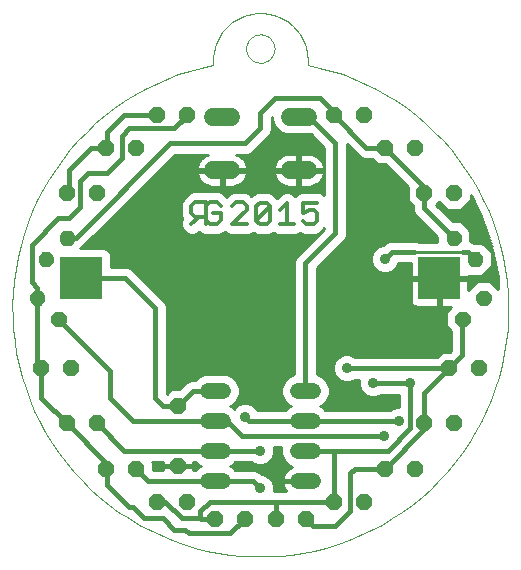
<source format=gtl>
G75*
G70*
%OFA0B0*%
%FSLAX24Y24*%
%IPPOS*%
%LPD*%
%AMOC8*
5,1,8,0,0,1.08239X$1,22.5*
%
%ADD10C,0.0000*%
%ADD11OC8,0.0520*%
%ADD12C,0.0104*%
%ADD13C,0.0520*%
%ADD14C,0.0600*%
%ADD15C,0.0120*%
%ADD16R,0.1417X0.1417*%
%ADD17C,0.0160*%
%ADD18C,0.0357*%
%ADD19C,0.0100*%
D10*
X008826Y018518D02*
X008432Y018431D01*
X008043Y018326D01*
X007660Y018201D01*
X007283Y018059D01*
X006913Y017897D01*
X006552Y017719D01*
X006200Y017522D01*
X005858Y017309D01*
X005527Y017079D01*
X005207Y016834D01*
X004900Y016573D01*
X004605Y016298D01*
X004325Y016008D01*
X004059Y015705D01*
X003808Y015390D01*
X003572Y015063D01*
X003353Y014724D01*
X003151Y014376D01*
X002966Y014018D01*
X002798Y013651D01*
X002649Y013276D01*
X002518Y012895D01*
X002406Y012508D01*
X002313Y012116D01*
X002239Y011720D01*
X002184Y011320D01*
X002149Y010919D01*
X002134Y010516D01*
X002138Y010113D01*
X002162Y009710D01*
X002205Y009310D01*
X002268Y008911D01*
X002351Y008517D01*
X002452Y008127D01*
X002572Y007742D01*
X002711Y007364D01*
X002868Y006992D01*
X003043Y006629D01*
X003236Y006275D01*
X003446Y005931D01*
X003672Y005597D01*
X003914Y005275D01*
X004171Y004965D01*
X004444Y004668D01*
X004730Y004384D01*
X005030Y004115D01*
X005343Y003860D01*
X005668Y003622D01*
X006004Y003399D01*
X006351Y003193D01*
X006707Y003004D01*
X007072Y002833D01*
X007444Y002680D01*
X007824Y002545D01*
X008210Y002429D01*
X008601Y002331D01*
X008997Y002253D01*
X009396Y002194D01*
X009797Y002155D01*
X010199Y002135D01*
X010603Y002135D01*
X011005Y002155D01*
X011406Y002194D01*
X011805Y002253D01*
X012201Y002331D01*
X012592Y002429D01*
X012978Y002545D01*
X013358Y002680D01*
X013730Y002833D01*
X014095Y003004D01*
X014451Y003193D01*
X014798Y003399D01*
X015134Y003622D01*
X015459Y003860D01*
X015772Y004115D01*
X016072Y004384D01*
X016358Y004668D01*
X016631Y004965D01*
X016888Y005275D01*
X017130Y005597D01*
X017356Y005931D01*
X017566Y006275D01*
X017759Y006629D01*
X017934Y006992D01*
X018091Y007364D01*
X018230Y007742D01*
X018350Y008127D01*
X018451Y008517D01*
X018534Y008911D01*
X018597Y009310D01*
X018640Y009710D01*
X018664Y010113D01*
X018668Y010516D01*
X018653Y010919D01*
X018618Y011320D01*
X018563Y011720D01*
X018489Y012116D01*
X018396Y012508D01*
X018284Y012895D01*
X018153Y013276D01*
X018004Y013651D01*
X017836Y014018D01*
X017651Y014376D01*
X017449Y014724D01*
X017230Y015063D01*
X016994Y015390D01*
X016743Y015705D01*
X016477Y016008D01*
X016197Y016298D01*
X015902Y016573D01*
X015595Y016834D01*
X015275Y017079D01*
X014944Y017309D01*
X014602Y017522D01*
X014250Y017719D01*
X013889Y017897D01*
X013519Y018059D01*
X013142Y018201D01*
X012759Y018326D01*
X012370Y018431D01*
X011976Y018518D01*
X011976Y018669D01*
X011974Y018746D01*
X011968Y018823D01*
X011959Y018900D01*
X011946Y018976D01*
X011929Y019052D01*
X011908Y019126D01*
X011884Y019200D01*
X011856Y019272D01*
X011825Y019342D01*
X011790Y019411D01*
X011752Y019479D01*
X011711Y019544D01*
X011666Y019607D01*
X011618Y019668D01*
X011568Y019727D01*
X011515Y019783D01*
X011459Y019836D01*
X011400Y019886D01*
X011339Y019934D01*
X011276Y019979D01*
X011211Y020020D01*
X011143Y020058D01*
X011074Y020093D01*
X011004Y020124D01*
X010932Y020152D01*
X010858Y020176D01*
X010784Y020197D01*
X010708Y020214D01*
X010632Y020227D01*
X010555Y020236D01*
X010478Y020242D01*
X010401Y020244D01*
X009929Y019063D02*
X009931Y019106D01*
X009937Y019148D01*
X009947Y019190D01*
X009960Y019231D01*
X009977Y019271D01*
X009998Y019308D01*
X010022Y019344D01*
X010049Y019377D01*
X010079Y019408D01*
X010112Y019436D01*
X010147Y019461D01*
X010184Y019482D01*
X010223Y019500D01*
X010263Y019514D01*
X010305Y019525D01*
X010347Y019532D01*
X010390Y019535D01*
X010433Y019534D01*
X010476Y019529D01*
X010518Y019520D01*
X010559Y019508D01*
X010599Y019492D01*
X010637Y019472D01*
X010673Y019449D01*
X010707Y019422D01*
X010739Y019393D01*
X010767Y019361D01*
X010793Y019326D01*
X010815Y019290D01*
X010834Y019251D01*
X010849Y019211D01*
X010861Y019170D01*
X010869Y019127D01*
X010873Y019084D01*
X010873Y019042D01*
X010869Y018999D01*
X010861Y018956D01*
X010849Y018915D01*
X010834Y018875D01*
X010815Y018836D01*
X010793Y018800D01*
X010767Y018765D01*
X010739Y018733D01*
X010707Y018704D01*
X010673Y018677D01*
X010637Y018654D01*
X010599Y018634D01*
X010559Y018618D01*
X010518Y018606D01*
X010476Y018597D01*
X010433Y018592D01*
X010390Y018591D01*
X010347Y018594D01*
X010305Y018601D01*
X010263Y018612D01*
X010223Y018626D01*
X010184Y018644D01*
X010147Y018665D01*
X010112Y018690D01*
X010079Y018718D01*
X010049Y018749D01*
X010022Y018782D01*
X009998Y018818D01*
X009977Y018855D01*
X009960Y018895D01*
X009947Y018936D01*
X009937Y018978D01*
X009931Y019020D01*
X009929Y019063D01*
X008826Y018669D02*
X008828Y018746D01*
X008834Y018823D01*
X008843Y018900D01*
X008856Y018976D01*
X008873Y019052D01*
X008894Y019126D01*
X008918Y019200D01*
X008946Y019272D01*
X008977Y019342D01*
X009012Y019411D01*
X009050Y019479D01*
X009091Y019544D01*
X009136Y019607D01*
X009184Y019668D01*
X009234Y019727D01*
X009287Y019783D01*
X009343Y019836D01*
X009402Y019886D01*
X009463Y019934D01*
X009526Y019979D01*
X009591Y020020D01*
X009659Y020058D01*
X009728Y020093D01*
X009798Y020124D01*
X009870Y020152D01*
X009944Y020176D01*
X010018Y020197D01*
X010094Y020214D01*
X010170Y020227D01*
X010247Y020236D01*
X010324Y020242D01*
X010401Y020244D01*
X008826Y018669D02*
X008826Y018518D01*
D11*
X007957Y016847D03*
X006957Y016847D03*
X006261Y015757D03*
X005261Y015757D03*
X004940Y014233D03*
X003940Y014233D03*
X004102Y008405D03*
X003102Y008405D03*
X003940Y006570D03*
X004940Y006570D03*
X005261Y005046D03*
X006261Y005046D03*
X006957Y003955D03*
X007957Y003955D03*
X008893Y003387D03*
X009893Y003387D03*
X010910Y003387D03*
X011910Y003387D03*
X012845Y003955D03*
X013845Y003955D03*
X014542Y005046D03*
X015542Y005046D03*
X015863Y006570D03*
X016863Y006570D03*
X016701Y008405D03*
X017701Y008405D03*
X016863Y014233D03*
X015863Y014233D03*
X015542Y015757D03*
X014542Y015757D03*
X013845Y016847D03*
X012845Y016847D03*
X007651Y007151D03*
X007651Y005151D03*
D12*
X003634Y010203D02*
X003582Y010255D01*
X003754Y010255D01*
X003875Y010134D01*
X003875Y009962D01*
X003754Y009841D01*
X003582Y009841D01*
X003461Y009962D01*
X003461Y010134D01*
X003582Y010255D01*
X003614Y010177D01*
X003722Y010177D01*
X003797Y010102D01*
X003797Y009994D01*
X003722Y009919D01*
X003614Y009919D01*
X003539Y009994D01*
X003539Y010102D01*
X003614Y010177D01*
X003647Y010099D01*
X003689Y010099D01*
X003719Y010069D01*
X003719Y010027D01*
X003689Y009997D01*
X003647Y009997D01*
X003617Y010027D01*
X003617Y010069D01*
X003647Y010099D01*
X002927Y010910D02*
X002875Y010962D01*
X003047Y010962D01*
X003168Y010841D01*
X003168Y010669D01*
X003047Y010548D01*
X002875Y010548D01*
X002754Y010669D01*
X002754Y010841D01*
X002875Y010962D01*
X002907Y010884D01*
X003015Y010884D01*
X003090Y010809D01*
X003090Y010701D01*
X003015Y010626D01*
X002907Y010626D01*
X002832Y010701D01*
X002832Y010809D01*
X002907Y010884D01*
X002940Y010806D01*
X002982Y010806D01*
X003012Y010776D01*
X003012Y010734D01*
X002982Y010704D01*
X002940Y010704D01*
X002910Y010734D01*
X002910Y010776D01*
X002940Y010806D01*
X003093Y012010D02*
X003041Y011958D01*
X003041Y012130D01*
X003162Y012251D01*
X003334Y012251D01*
X003455Y012130D01*
X003455Y011958D01*
X003334Y011837D01*
X003162Y011837D01*
X003041Y011958D01*
X003119Y011990D01*
X003119Y012098D01*
X003194Y012173D01*
X003302Y012173D01*
X003377Y012098D01*
X003377Y011990D01*
X003302Y011915D01*
X003194Y011915D01*
X003119Y011990D01*
X003197Y012023D01*
X003197Y012065D01*
X003227Y012095D01*
X003269Y012095D01*
X003299Y012065D01*
X003299Y012023D01*
X003269Y011993D01*
X003227Y011993D01*
X003197Y012023D01*
X003800Y012717D02*
X003748Y012665D01*
X003748Y012837D01*
X003869Y012958D01*
X004041Y012958D01*
X004162Y012837D01*
X004162Y012665D01*
X004041Y012544D01*
X003869Y012544D01*
X003748Y012665D01*
X003826Y012697D01*
X003826Y012805D01*
X003901Y012880D01*
X004009Y012880D01*
X004084Y012805D01*
X004084Y012697D01*
X004009Y012622D01*
X003901Y012622D01*
X003826Y012697D01*
X003904Y012730D01*
X003904Y012772D01*
X003934Y012802D01*
X003976Y012802D01*
X004006Y012772D01*
X004006Y012730D01*
X003976Y012700D01*
X003934Y012700D01*
X003904Y012730D01*
X016813Y012906D02*
X016761Y012958D01*
X016933Y012958D01*
X017054Y012837D01*
X017054Y012665D01*
X016933Y012544D01*
X016761Y012544D01*
X016640Y012665D01*
X016640Y012837D01*
X016761Y012958D01*
X016793Y012880D01*
X016901Y012880D01*
X016976Y012805D01*
X016976Y012697D01*
X016901Y012622D01*
X016793Y012622D01*
X016718Y012697D01*
X016718Y012805D01*
X016793Y012880D01*
X016826Y012802D01*
X016868Y012802D01*
X016898Y012772D01*
X016898Y012730D01*
X016868Y012700D01*
X016826Y012700D01*
X016796Y012730D01*
X016796Y012772D01*
X016826Y012802D01*
X017520Y012199D02*
X017468Y012251D01*
X017640Y012251D01*
X017761Y012130D01*
X017761Y011958D01*
X017640Y011837D01*
X017468Y011837D01*
X017347Y011958D01*
X017347Y012130D01*
X017468Y012251D01*
X017500Y012173D01*
X017608Y012173D01*
X017683Y012098D01*
X017683Y011990D01*
X017608Y011915D01*
X017500Y011915D01*
X017425Y011990D01*
X017425Y012098D01*
X017500Y012173D01*
X017533Y012095D01*
X017575Y012095D01*
X017605Y012065D01*
X017605Y012023D01*
X017575Y011993D01*
X017533Y011993D01*
X017503Y012023D01*
X017503Y012065D01*
X017533Y012095D01*
X017686Y010721D02*
X017634Y010669D01*
X017634Y010841D01*
X017755Y010962D01*
X017927Y010962D01*
X018048Y010841D01*
X018048Y010669D01*
X017927Y010548D01*
X017755Y010548D01*
X017634Y010669D01*
X017712Y010701D01*
X017712Y010809D01*
X017787Y010884D01*
X017895Y010884D01*
X017970Y010809D01*
X017970Y010701D01*
X017895Y010626D01*
X017787Y010626D01*
X017712Y010701D01*
X017790Y010734D01*
X017790Y010776D01*
X017820Y010806D01*
X017862Y010806D01*
X017892Y010776D01*
X017892Y010734D01*
X017862Y010704D01*
X017820Y010704D01*
X017790Y010734D01*
X016979Y010014D02*
X016927Y009962D01*
X016927Y010134D01*
X017048Y010255D01*
X017220Y010255D01*
X017341Y010134D01*
X017341Y009962D01*
X017220Y009841D01*
X017048Y009841D01*
X016927Y009962D01*
X017005Y009994D01*
X017005Y010102D01*
X017080Y010177D01*
X017188Y010177D01*
X017263Y010102D01*
X017263Y009994D01*
X017188Y009919D01*
X017080Y009919D01*
X017005Y009994D01*
X017083Y010027D01*
X017083Y010069D01*
X017113Y010099D01*
X017155Y010099D01*
X017185Y010069D01*
X017185Y010027D01*
X017155Y009997D01*
X017113Y009997D01*
X017083Y010027D01*
D13*
X012161Y007651D02*
X011641Y007651D01*
X011641Y006651D02*
X012161Y006651D01*
X012161Y005651D02*
X011641Y005651D01*
X011641Y004651D02*
X012161Y004651D01*
X009161Y004651D02*
X008641Y004651D01*
X008641Y005651D02*
X009161Y005651D01*
X009161Y006651D02*
X008641Y006651D01*
X008641Y007651D02*
X009161Y007651D01*
D14*
X009421Y015011D02*
X008821Y015011D01*
X008821Y016791D02*
X009421Y016791D01*
X011381Y016791D02*
X011981Y016791D01*
X011981Y015011D02*
X011381Y015011D01*
D15*
X011284Y013931D02*
X011041Y013689D01*
X011284Y013924D02*
X011284Y013219D01*
X011524Y013211D02*
X011039Y013211D01*
X010731Y013331D02*
X010611Y013211D01*
X010371Y013211D01*
X010251Y013331D01*
X010721Y013811D01*
X010731Y013811D02*
X010611Y013931D01*
X010371Y013931D01*
X010251Y013811D01*
X010251Y013331D01*
X009941Y013211D02*
X009451Y013211D01*
X009941Y013691D01*
X009941Y013811D01*
X009941Y013821D02*
X009821Y013941D01*
X009581Y013941D01*
X009451Y013811D01*
X009071Y013831D02*
X008951Y013951D01*
X008711Y013951D01*
X008591Y013831D01*
X008591Y013951D01*
X008221Y013951D01*
X008101Y013831D01*
X008101Y013581D01*
X008221Y013461D01*
X008341Y013461D01*
X008101Y013211D01*
X008341Y013461D02*
X008591Y013461D01*
X008591Y013831D01*
X008831Y013581D02*
X009081Y013581D01*
X009081Y013341D01*
X008961Y013211D01*
X008711Y013211D01*
X008591Y013331D01*
X008591Y013211D01*
X008591Y013331D02*
X008591Y013461D01*
X010731Y013331D02*
X010731Y013811D01*
X011811Y013931D02*
X011811Y013571D01*
X012061Y013691D01*
X012191Y013691D01*
X012301Y013581D01*
X012301Y013571D02*
X012301Y013331D01*
X012181Y013211D01*
X011931Y013211D01*
X011811Y013331D01*
X011811Y013931D02*
X012301Y013931D01*
D16*
X016366Y011401D03*
X004437Y011401D03*
D17*
X005276Y005030D02*
X005276Y004526D01*
X006026Y003776D01*
X006151Y003776D01*
X006526Y003401D01*
X007151Y003401D01*
X007526Y003026D01*
X007901Y003026D01*
X008026Y002901D01*
X009401Y002901D01*
X009887Y003387D01*
X009893Y003387D01*
X008893Y003387D02*
X008416Y003387D01*
X008401Y003401D01*
X007776Y003401D01*
X007222Y003955D01*
X006957Y003955D01*
X006655Y004651D02*
X006261Y005046D01*
X006655Y004651D02*
X008901Y004651D01*
X010151Y004651D01*
X010401Y004401D01*
X010901Y003955D02*
X010910Y003946D01*
X010910Y003387D01*
X010901Y003955D02*
X008705Y003955D01*
X008401Y003651D01*
X008401Y003401D01*
X008901Y005651D02*
X010401Y005651D01*
X009776Y006151D02*
X009276Y006651D01*
X008901Y006651D01*
X006151Y006651D01*
X005401Y007401D01*
X005401Y008315D01*
X003668Y010048D01*
X002961Y010755D02*
X002961Y011091D01*
X002776Y011276D01*
X002776Y012526D01*
X003651Y013401D01*
X004026Y013401D01*
X004401Y013776D01*
X004401Y014651D01*
X004651Y014901D01*
X005276Y014901D01*
X005776Y015401D01*
X005776Y016151D01*
X006026Y016401D01*
X007526Y016401D01*
X007957Y016832D01*
X007957Y016847D01*
X007401Y015901D02*
X009901Y015901D01*
X010401Y016401D01*
X010401Y016901D01*
X010901Y017401D01*
X012401Y017401D01*
X012901Y016901D01*
X012899Y016901D01*
X012845Y016847D01*
X013936Y015757D01*
X014542Y015757D01*
X015863Y014436D01*
X015863Y014233D01*
X015863Y013736D01*
X016847Y012751D01*
X017151Y012276D02*
X017322Y012276D01*
X017554Y012044D01*
X017134Y010048D02*
X017134Y008838D01*
X016701Y008405D01*
X016697Y008401D01*
X013276Y008401D01*
X014151Y007901D02*
X015401Y007901D01*
X015401Y006401D01*
X014651Y005651D01*
X012901Y005651D01*
X012845Y005595D01*
X012845Y003955D01*
X010901Y003955D01*
X011910Y003387D02*
X012145Y003151D01*
X012901Y003151D01*
X013401Y003651D01*
X013401Y004901D01*
X013546Y005046D01*
X014542Y005046D01*
X015863Y006366D01*
X015863Y006570D01*
X015863Y007567D01*
X016701Y008405D01*
X015026Y006651D02*
X011901Y006651D01*
X010151Y006651D01*
X010026Y006651D01*
X009901Y006776D01*
X009776Y006151D02*
X014526Y006151D01*
X012901Y005651D02*
X011901Y005651D01*
X011901Y007651D02*
X011901Y011901D01*
X012901Y012901D01*
X012901Y015901D01*
X011901Y016901D01*
X011791Y016901D01*
X011681Y016791D01*
X007401Y015901D02*
X004251Y012751D01*
X003955Y012751D01*
X004437Y011401D02*
X005901Y011401D01*
X006901Y010401D01*
X006901Y007401D01*
X007151Y007151D01*
X007651Y007151D01*
X008151Y007651D01*
X008901Y007651D01*
X008901Y005651D02*
X005858Y005651D01*
X004940Y006570D01*
X003940Y006570D02*
X005261Y005249D01*
X005261Y005046D01*
X005276Y005030D01*
X003940Y006570D02*
X003102Y007408D01*
X003102Y008405D01*
X002961Y008545D01*
X002961Y010755D01*
X003940Y014233D02*
X004026Y014319D01*
X004026Y015026D01*
X004757Y015757D01*
X005261Y015757D01*
X005276Y015773D01*
X005276Y016276D01*
X005847Y016847D01*
X006957Y016847D01*
X014544Y012044D02*
X014776Y012276D01*
X015526Y012276D01*
D18*
X014544Y012044D03*
X012651Y011651D03*
X012651Y011026D03*
X012651Y010401D03*
X013276Y008401D03*
X014151Y007901D03*
X015401Y007901D03*
X015026Y006651D03*
X014526Y006151D03*
X010401Y005651D03*
X009901Y006776D03*
X010401Y004401D03*
D19*
X010779Y004686D02*
X011131Y004686D01*
X011131Y004681D02*
X011871Y004681D01*
X011871Y004621D01*
X011131Y004621D01*
X011131Y004611D01*
X011144Y004532D01*
X011169Y004455D01*
X011205Y004384D01*
X011248Y004325D01*
X010975Y004325D01*
X010870Y004325D01*
X010870Y004494D01*
X010798Y004667D01*
X010667Y004798D01*
X010494Y004870D01*
X010456Y004870D01*
X010361Y004965D01*
X010225Y005021D01*
X010078Y005021D01*
X009569Y005021D01*
X009473Y005117D01*
X009391Y005151D01*
X009473Y005185D01*
X009569Y005281D01*
X010109Y005281D01*
X010136Y005254D01*
X010308Y005183D01*
X010494Y005183D01*
X010667Y005254D01*
X010798Y005386D01*
X010870Y005558D01*
X010870Y005744D01*
X010854Y005781D01*
X011100Y005781D01*
X011091Y005761D01*
X011091Y005542D01*
X011175Y005340D01*
X011330Y005185D01*
X011463Y005130D01*
X011445Y005124D01*
X011374Y005087D01*
X011309Y005040D01*
X011252Y004983D01*
X011205Y004919D01*
X011169Y004847D01*
X011144Y004771D01*
X011131Y004691D01*
X011131Y004681D01*
X011135Y004587D02*
X010831Y004587D01*
X010870Y004489D02*
X011158Y004489D01*
X011202Y004390D02*
X010870Y004390D01*
X010681Y004784D02*
X011148Y004784D01*
X011187Y004883D02*
X010443Y004883D01*
X010321Y004981D02*
X011251Y004981D01*
X011364Y005080D02*
X009510Y005080D01*
X009457Y005178D02*
X011345Y005178D01*
X011238Y005277D02*
X010689Y005277D01*
X010788Y005376D02*
X011160Y005376D01*
X011119Y005474D02*
X010835Y005474D01*
X010870Y005573D02*
X011091Y005573D01*
X011091Y005671D02*
X010870Y005671D01*
X010859Y005770D02*
X011095Y005770D01*
X010113Y005277D02*
X009565Y005277D01*
X008411Y005151D02*
X008330Y005117D01*
X008233Y005021D01*
X008161Y005021D01*
X008161Y005121D01*
X007681Y005121D01*
X007681Y005181D01*
X008161Y005181D01*
X008161Y005281D01*
X008233Y005281D01*
X008330Y005185D01*
X008411Y005151D01*
X008345Y005178D02*
X007681Y005178D01*
X007621Y005178D02*
X006810Y005178D01*
X006810Y005273D02*
X006810Y005021D01*
X007141Y005021D01*
X007141Y005121D01*
X007621Y005121D01*
X007621Y005181D01*
X007141Y005181D01*
X007141Y005281D01*
X006803Y005281D01*
X006810Y005273D01*
X006807Y005277D02*
X007141Y005277D01*
X007141Y005080D02*
X006810Y005080D01*
X008161Y005080D02*
X008292Y005080D01*
X008238Y005277D02*
X008161Y005277D01*
X009526Y007064D02*
X009473Y007117D01*
X009391Y007151D01*
X009473Y007185D01*
X009627Y007340D01*
X009711Y007542D01*
X009711Y007761D01*
X009627Y007963D01*
X009473Y008117D01*
X009271Y008201D01*
X008532Y008201D01*
X008330Y008117D01*
X008233Y008021D01*
X008225Y008021D01*
X008078Y008021D01*
X007942Y007965D01*
X007678Y007701D01*
X007423Y007701D01*
X007274Y007552D01*
X007271Y007554D01*
X007271Y010328D01*
X007271Y010475D01*
X007215Y010611D01*
X006215Y011611D01*
X006111Y011715D01*
X005975Y011771D01*
X005435Y011771D01*
X005435Y012168D01*
X005391Y012274D01*
X005310Y012356D01*
X005203Y012400D01*
X004382Y012400D01*
X004390Y012408D01*
X004461Y012438D01*
X007554Y015531D01*
X008642Y015531D01*
X008610Y015521D01*
X008533Y015482D01*
X008463Y015431D01*
X008402Y015370D01*
X008351Y015299D01*
X008312Y015222D01*
X008285Y015140D01*
X008272Y015061D01*
X009071Y015061D01*
X009071Y014961D01*
X009171Y014961D01*
X009171Y014461D01*
X009465Y014461D01*
X009550Y014475D01*
X009632Y014502D01*
X009709Y014541D01*
X009780Y014592D01*
X009841Y014653D01*
X009892Y014723D01*
X009931Y014800D01*
X009958Y014882D01*
X009970Y014961D01*
X009171Y014961D01*
X009171Y015061D01*
X009970Y015061D01*
X009958Y015140D01*
X009931Y015222D01*
X009892Y015299D01*
X009841Y015370D01*
X009780Y015431D01*
X009709Y015482D01*
X009632Y015521D01*
X009600Y015531D01*
X009828Y015531D01*
X009975Y015531D01*
X010111Y015588D01*
X010611Y016088D01*
X010715Y016192D01*
X010771Y016328D01*
X010771Y016748D01*
X010791Y016768D01*
X010791Y016674D01*
X010881Y016457D01*
X011047Y016291D01*
X011264Y016201D01*
X012078Y016201D01*
X012531Y015748D01*
X012531Y014196D01*
X012499Y014228D01*
X012371Y014281D01*
X011881Y014281D01*
X011742Y014281D01*
X011613Y014228D01*
X011547Y014162D01*
X011482Y014228D01*
X011353Y014281D01*
X011214Y014281D01*
X011085Y014228D01*
X010947Y014090D01*
X010908Y014129D01*
X010809Y014228D01*
X010681Y014281D01*
X010441Y014281D01*
X010302Y014281D01*
X010173Y014228D01*
X010101Y014156D01*
X010019Y014238D01*
X009891Y014291D01*
X009752Y014291D01*
X009512Y014291D01*
X009383Y014238D01*
X009285Y014139D01*
X009271Y014126D01*
X009149Y014248D01*
X009021Y014301D01*
X008882Y014301D01*
X008781Y014301D01*
X008642Y014301D01*
X008291Y014301D01*
X008152Y014301D01*
X008023Y014248D01*
X007903Y014128D01*
X007805Y014029D01*
X007751Y013901D01*
X007751Y013651D01*
X007751Y013512D01*
X007798Y013398D01*
X007750Y013274D01*
X007753Y013134D01*
X007809Y013007D01*
X007909Y012911D01*
X008039Y012860D01*
X008178Y012863D01*
X008306Y012919D01*
X008346Y012961D01*
X008393Y012915D01*
X008522Y012861D01*
X008642Y012861D01*
X008781Y012861D01*
X008899Y012861D01*
X008906Y012859D01*
X008968Y012861D01*
X009031Y012861D01*
X009038Y012864D01*
X009045Y012864D01*
X009101Y012890D01*
X009159Y012915D01*
X009165Y012920D01*
X009171Y012923D01*
X009206Y012961D01*
X009250Y012917D01*
X009252Y012916D01*
X009253Y012915D01*
X009316Y012888D01*
X009378Y012862D01*
X009380Y012862D01*
X009382Y012861D01*
X009449Y012861D01*
X009517Y012861D01*
X009519Y012861D01*
X010011Y012861D01*
X010139Y012915D01*
X010156Y012931D01*
X010173Y012915D01*
X010302Y012861D01*
X010441Y012861D01*
X010542Y012861D01*
X010681Y012861D01*
X010809Y012915D01*
X010825Y012930D01*
X010840Y012915D01*
X010969Y012861D01*
X011593Y012861D01*
X011722Y012915D01*
X011727Y012920D01*
X011733Y012915D01*
X011862Y012861D01*
X012001Y012861D01*
X012112Y012861D01*
X012251Y012861D01*
X012379Y012915D01*
X012531Y013066D01*
X012531Y013054D01*
X011588Y012111D01*
X011531Y011975D01*
X011531Y011828D01*
X011531Y008201D01*
X011330Y008117D01*
X011175Y007963D01*
X011091Y007761D01*
X011091Y007542D01*
X011175Y007340D01*
X011330Y007185D01*
X011411Y007151D01*
X011330Y007117D01*
X011233Y007021D01*
X010307Y007021D01*
X010298Y007042D01*
X010167Y007173D01*
X009994Y007245D01*
X009808Y007245D01*
X009636Y007173D01*
X009526Y007064D01*
X009612Y007149D02*
X009396Y007149D01*
X009536Y007248D02*
X011267Y007248D01*
X011172Y007346D02*
X009630Y007346D01*
X009671Y007445D02*
X011131Y007445D01*
X011091Y007544D02*
X009711Y007544D01*
X009711Y007642D02*
X011091Y007642D01*
X011091Y007741D02*
X009711Y007741D01*
X009679Y007839D02*
X011124Y007839D01*
X011165Y007938D02*
X009638Y007938D01*
X009554Y008036D02*
X011248Y008036D01*
X011371Y008135D02*
X009431Y008135D01*
X008371Y008135D02*
X007271Y008135D01*
X007271Y008233D02*
X011531Y008233D01*
X011531Y008332D02*
X007271Y008332D01*
X007271Y008430D02*
X011531Y008430D01*
X011531Y008529D02*
X007271Y008529D01*
X007271Y008627D02*
X011531Y008627D01*
X011531Y008726D02*
X007271Y008726D01*
X007271Y008825D02*
X011531Y008825D01*
X011531Y008923D02*
X007271Y008923D01*
X007271Y009022D02*
X011531Y009022D01*
X011531Y009120D02*
X007271Y009120D01*
X007271Y009219D02*
X011531Y009219D01*
X011531Y009317D02*
X007271Y009317D01*
X007271Y009416D02*
X011531Y009416D01*
X011531Y009514D02*
X007271Y009514D01*
X007271Y009613D02*
X011531Y009613D01*
X011531Y009711D02*
X007271Y009711D01*
X007271Y009810D02*
X011531Y009810D01*
X011531Y009909D02*
X007271Y009909D01*
X007271Y010007D02*
X011531Y010007D01*
X011531Y010106D02*
X007271Y010106D01*
X007271Y010204D02*
X011531Y010204D01*
X011531Y010303D02*
X007271Y010303D01*
X007271Y010401D02*
X011531Y010401D01*
X011531Y010500D02*
X007261Y010500D01*
X007220Y010598D02*
X011531Y010598D01*
X011531Y010697D02*
X007129Y010697D01*
X007030Y010795D02*
X011531Y010795D01*
X011531Y010894D02*
X006932Y010894D01*
X006833Y010993D02*
X011531Y010993D01*
X011531Y011091D02*
X006735Y011091D01*
X006636Y011190D02*
X011531Y011190D01*
X011531Y011288D02*
X006538Y011288D01*
X006439Y011387D02*
X011531Y011387D01*
X011531Y011485D02*
X006340Y011485D01*
X006242Y011584D02*
X011531Y011584D01*
X011531Y011682D02*
X006143Y011682D01*
X005435Y011781D02*
X011531Y011781D01*
X011531Y011879D02*
X005435Y011879D01*
X005435Y011978D02*
X011533Y011978D01*
X011573Y012076D02*
X005435Y012076D01*
X005432Y012175D02*
X011652Y012175D01*
X011750Y012274D02*
X005391Y012274D01*
X005270Y012372D02*
X011849Y012372D01*
X011947Y012471D02*
X004494Y012471D01*
X004592Y012569D02*
X012046Y012569D01*
X012145Y012668D02*
X004691Y012668D01*
X004789Y012766D02*
X012243Y012766D01*
X012259Y012865D02*
X012342Y012865D01*
X012428Y012963D02*
X012440Y012963D01*
X012527Y013062D02*
X012531Y013062D01*
X013092Y012569D02*
X014546Y012569D01*
X014567Y012590D02*
X014489Y012513D01*
X014451Y012513D01*
X014279Y012441D01*
X014147Y012310D01*
X014076Y012137D01*
X014076Y011951D01*
X014147Y011779D01*
X014279Y011647D01*
X014451Y011576D01*
X014637Y011576D01*
X014810Y011647D01*
X014941Y011779D01*
X014994Y011906D01*
X015407Y011906D01*
X015407Y011451D01*
X016316Y011451D01*
X016316Y011351D01*
X016416Y011351D01*
X016416Y010443D01*
X016752Y010443D01*
X016584Y010275D01*
X016584Y009820D01*
X016764Y009640D01*
X016764Y008991D01*
X016728Y008955D01*
X016473Y008955D01*
X016290Y008771D01*
X013569Y008771D01*
X013542Y008798D01*
X013369Y008870D01*
X013183Y008870D01*
X013011Y008798D01*
X012879Y008667D01*
X012808Y008494D01*
X012808Y008308D01*
X012879Y008136D01*
X013011Y008004D01*
X013183Y007933D01*
X013369Y007933D01*
X013542Y008004D01*
X013569Y008031D01*
X013698Y008031D01*
X013683Y007994D01*
X013683Y007808D01*
X013754Y007636D01*
X013886Y007504D01*
X014058Y007433D01*
X014244Y007433D01*
X014417Y007504D01*
X014444Y007531D01*
X015031Y007531D01*
X015031Y007120D01*
X014933Y007120D01*
X014761Y007048D01*
X014734Y007021D01*
X012569Y007021D01*
X012473Y007117D01*
X012391Y007151D01*
X012473Y007185D01*
X012627Y007340D01*
X012711Y007542D01*
X012711Y007761D01*
X012627Y007963D01*
X012473Y008117D01*
X012271Y008201D01*
X012271Y011748D01*
X013111Y012588D01*
X013215Y012692D01*
X013271Y012828D01*
X013271Y015828D01*
X013271Y015898D01*
X013726Y015443D01*
X013862Y015387D01*
X014009Y015387D01*
X014134Y015387D01*
X014314Y015207D01*
X014569Y015207D01*
X015314Y014462D01*
X015313Y014460D01*
X015313Y014005D01*
X015493Y013825D01*
X015493Y013809D01*
X015493Y013662D01*
X015549Y013526D01*
X016297Y012778D01*
X016297Y012616D01*
X015672Y012616D01*
X015600Y012646D01*
X014703Y012646D01*
X014567Y012590D01*
X014350Y012471D02*
X012994Y012471D01*
X012895Y012372D02*
X014210Y012372D01*
X014132Y012274D02*
X012797Y012274D01*
X012698Y012175D02*
X014091Y012175D01*
X014076Y012076D02*
X012600Y012076D01*
X012501Y011978D02*
X014076Y011978D01*
X014105Y011879D02*
X012403Y011879D01*
X012304Y011781D02*
X014146Y011781D01*
X014244Y011682D02*
X012271Y011682D01*
X012271Y011584D02*
X014432Y011584D01*
X014657Y011584D02*
X015407Y011584D01*
X015407Y011682D02*
X014845Y011682D01*
X014942Y011781D02*
X015407Y011781D01*
X015407Y011879D02*
X014983Y011879D01*
X015407Y011485D02*
X012271Y011485D01*
X012271Y011387D02*
X016316Y011387D01*
X016316Y011351D02*
X015407Y011351D01*
X015407Y010668D01*
X015417Y010620D01*
X015436Y010574D01*
X015463Y010533D01*
X015498Y010498D01*
X015539Y010471D01*
X015584Y010452D01*
X015633Y010443D01*
X016316Y010443D01*
X016316Y011351D01*
X016316Y011288D02*
X016416Y011288D01*
X016416Y011351D02*
X016416Y011451D01*
X017324Y011451D01*
X017324Y011496D01*
X017327Y011494D01*
X017782Y011494D01*
X018104Y011816D01*
X018104Y012272D01*
X017782Y012594D01*
X017522Y012594D01*
X017397Y012646D01*
X017397Y012979D01*
X017075Y013301D01*
X016821Y013301D01*
X016265Y013857D01*
X016363Y013955D01*
X016635Y013683D01*
X017091Y013683D01*
X017413Y014005D01*
X017413Y014180D01*
X017762Y013477D01*
X018101Y012489D01*
X018308Y011464D01*
X018337Y011037D01*
X018069Y011305D01*
X017614Y011305D01*
X017324Y011016D01*
X017324Y011351D01*
X016416Y011351D01*
X016416Y011387D02*
X018313Y011387D01*
X018304Y011485D02*
X017324Y011485D01*
X017324Y011288D02*
X017597Y011288D01*
X017499Y011190D02*
X017324Y011190D01*
X017324Y011091D02*
X017400Y011091D01*
X017872Y011584D02*
X018284Y011584D01*
X018264Y011682D02*
X017970Y011682D01*
X018069Y011781D02*
X018244Y011781D01*
X018224Y011879D02*
X018104Y011879D01*
X018104Y011978D02*
X018204Y011978D01*
X018184Y012076D02*
X018104Y012076D01*
X018104Y012175D02*
X018164Y012175D01*
X018144Y012274D02*
X018103Y012274D01*
X018125Y012372D02*
X018004Y012372D01*
X017906Y012471D02*
X018105Y012471D01*
X018073Y012569D02*
X017807Y012569D01*
X018040Y012668D02*
X017397Y012668D01*
X017397Y012766D02*
X018006Y012766D01*
X017972Y012865D02*
X017397Y012865D01*
X017397Y012963D02*
X017938Y012963D01*
X017904Y013062D02*
X017314Y013062D01*
X017216Y013160D02*
X017871Y013160D01*
X017837Y013259D02*
X017117Y013259D01*
X016764Y013358D02*
X017803Y013358D01*
X017769Y013456D02*
X016666Y013456D01*
X016567Y013555D02*
X017724Y013555D01*
X017675Y013653D02*
X016469Y013653D01*
X016566Y013752D02*
X016370Y013752D01*
X016467Y013850D02*
X016272Y013850D01*
X016357Y013949D02*
X016369Y013949D01*
X015718Y013358D02*
X013271Y013358D01*
X013271Y013456D02*
X015619Y013456D01*
X015537Y013555D02*
X013271Y013555D01*
X013271Y013653D02*
X015497Y013653D01*
X015493Y013752D02*
X013271Y013752D01*
X013271Y013850D02*
X015467Y013850D01*
X015369Y013949D02*
X013271Y013949D01*
X013271Y014047D02*
X015313Y014047D01*
X015313Y014146D02*
X013271Y014146D01*
X013271Y014244D02*
X015313Y014244D01*
X015313Y014343D02*
X013271Y014343D01*
X013271Y014442D02*
X015313Y014442D01*
X015236Y014540D02*
X013271Y014540D01*
X013271Y014639D02*
X015137Y014639D01*
X015039Y014737D02*
X013271Y014737D01*
X013271Y014836D02*
X014940Y014836D01*
X014841Y014934D02*
X013271Y014934D01*
X013271Y015033D02*
X014743Y015033D01*
X014644Y015131D02*
X013271Y015131D01*
X013271Y015230D02*
X014291Y015230D01*
X014193Y015328D02*
X013271Y015328D01*
X013271Y015427D02*
X013765Y015427D01*
X013644Y015526D02*
X013271Y015526D01*
X013271Y015624D02*
X013545Y015624D01*
X013447Y015723D02*
X013271Y015723D01*
X013271Y015821D02*
X013348Y015821D01*
X012531Y015723D02*
X010246Y015723D01*
X010344Y015821D02*
X012458Y015821D01*
X012360Y015920D02*
X010443Y015920D01*
X010541Y016018D02*
X012261Y016018D01*
X012162Y016117D02*
X010640Y016117D01*
X010725Y016215D02*
X011230Y016215D01*
X011024Y016314D02*
X010765Y016314D01*
X010771Y016412D02*
X010926Y016412D01*
X010859Y016511D02*
X010771Y016511D01*
X010771Y016609D02*
X010818Y016609D01*
X010791Y016708D02*
X010771Y016708D01*
X010147Y015624D02*
X012531Y015624D01*
X012531Y015526D02*
X012178Y015526D01*
X012192Y015521D02*
X012110Y015548D01*
X012025Y015561D01*
X011731Y015561D01*
X011731Y015061D01*
X011631Y015061D01*
X011631Y014961D01*
X011731Y014961D01*
X011731Y014461D01*
X012025Y014461D01*
X012110Y014475D01*
X012192Y014502D01*
X012269Y014541D01*
X012340Y014592D01*
X012401Y014653D01*
X012452Y014723D01*
X012491Y014800D01*
X012518Y014882D01*
X012530Y014961D01*
X011731Y014961D01*
X011731Y015061D01*
X012530Y015061D01*
X012518Y015140D01*
X012491Y015222D01*
X012452Y015299D01*
X012401Y015370D01*
X012340Y015431D01*
X012269Y015482D01*
X012192Y015521D01*
X012343Y015427D02*
X012531Y015427D01*
X012531Y015328D02*
X012431Y015328D01*
X012487Y015230D02*
X012531Y015230D01*
X012519Y015131D02*
X012531Y015131D01*
X012531Y015033D02*
X011731Y015033D01*
X011731Y015131D02*
X011631Y015131D01*
X011631Y015061D02*
X011631Y015561D01*
X011338Y015561D01*
X011252Y015548D01*
X011170Y015521D01*
X011093Y015482D01*
X011023Y015431D01*
X010962Y015370D01*
X010911Y015299D01*
X010872Y015222D01*
X010845Y015140D01*
X010832Y015061D01*
X011631Y015061D01*
X011631Y015033D02*
X009171Y015033D01*
X009171Y014934D02*
X009071Y014934D01*
X009071Y014961D02*
X009071Y014461D01*
X008778Y014461D01*
X008692Y014475D01*
X008610Y014502D01*
X008533Y014541D01*
X008463Y014592D01*
X008402Y014653D01*
X008351Y014723D01*
X008312Y014800D01*
X008285Y014882D01*
X008272Y014961D01*
X009071Y014961D01*
X009071Y015033D02*
X007056Y015033D01*
X007155Y015131D02*
X008283Y015131D01*
X008315Y015230D02*
X007253Y015230D01*
X007352Y015328D02*
X008372Y015328D01*
X008459Y015427D02*
X007450Y015427D01*
X007549Y015526D02*
X008624Y015526D01*
X008277Y014934D02*
X006957Y014934D01*
X006859Y014836D02*
X008300Y014836D01*
X008344Y014737D02*
X006760Y014737D01*
X006662Y014639D02*
X008416Y014639D01*
X008535Y014540D02*
X006563Y014540D01*
X006465Y014442D02*
X012531Y014442D01*
X012531Y014540D02*
X012268Y014540D01*
X012386Y014639D02*
X012531Y014639D01*
X012531Y014737D02*
X012459Y014737D01*
X012502Y014836D02*
X012531Y014836D01*
X012526Y014934D02*
X012531Y014934D01*
X012531Y014343D02*
X006366Y014343D01*
X006268Y014244D02*
X008019Y014244D01*
X007921Y014146D02*
X006169Y014146D01*
X006071Y014047D02*
X007822Y014047D01*
X007771Y013949D02*
X005972Y013949D01*
X005873Y013850D02*
X007751Y013850D01*
X007751Y013752D02*
X005775Y013752D01*
X005676Y013653D02*
X007751Y013653D01*
X007751Y013555D02*
X005578Y013555D01*
X005479Y013456D02*
X007774Y013456D01*
X007783Y013358D02*
X005381Y013358D01*
X005282Y013259D02*
X007750Y013259D01*
X007752Y013160D02*
X005184Y013160D01*
X005085Y013062D02*
X007785Y013062D01*
X007854Y012963D02*
X004987Y012963D01*
X004888Y012865D02*
X008026Y012865D01*
X008183Y012865D02*
X008513Y012865D01*
X009046Y012865D02*
X009371Y012865D01*
X010019Y012865D02*
X010293Y012865D01*
X010689Y012865D02*
X010960Y012865D01*
X011602Y012865D02*
X011853Y012865D01*
X013191Y012668D02*
X016297Y012668D01*
X016297Y012766D02*
X013246Y012766D01*
X013271Y012865D02*
X016211Y012865D01*
X016112Y012963D02*
X013271Y012963D01*
X013271Y013062D02*
X016013Y013062D01*
X015915Y013160D02*
X013271Y013160D01*
X013271Y013259D02*
X015816Y013259D01*
X015526Y012276D02*
X017151Y012276D01*
X018086Y011288D02*
X018320Y011288D01*
X018327Y011190D02*
X018184Y011190D01*
X018283Y011091D02*
X018333Y011091D01*
X016710Y010401D02*
X012271Y010401D01*
X012271Y010303D02*
X016612Y010303D01*
X016584Y010204D02*
X012271Y010204D01*
X012271Y010106D02*
X016584Y010106D01*
X016584Y010007D02*
X012271Y010007D01*
X012271Y009909D02*
X016584Y009909D01*
X016594Y009810D02*
X012271Y009810D01*
X012271Y009711D02*
X016693Y009711D01*
X016764Y009613D02*
X012271Y009613D01*
X012271Y009514D02*
X016764Y009514D01*
X016764Y009416D02*
X012271Y009416D01*
X012271Y009317D02*
X016764Y009317D01*
X016764Y009219D02*
X012271Y009219D01*
X012271Y009120D02*
X016764Y009120D01*
X016764Y009022D02*
X012271Y009022D01*
X012271Y008923D02*
X016441Y008923D01*
X016343Y008825D02*
X013478Y008825D01*
X013074Y008825D02*
X012271Y008825D01*
X012271Y008726D02*
X012939Y008726D01*
X012863Y008627D02*
X012271Y008627D01*
X012271Y008529D02*
X012822Y008529D01*
X012808Y008430D02*
X012271Y008430D01*
X012271Y008332D02*
X012808Y008332D01*
X012839Y008233D02*
X012271Y008233D01*
X012431Y008135D02*
X012880Y008135D01*
X012979Y008036D02*
X012554Y008036D01*
X012638Y007938D02*
X013171Y007938D01*
X013381Y007938D02*
X013683Y007938D01*
X013683Y007839D02*
X012679Y007839D01*
X012711Y007741D02*
X013711Y007741D01*
X013752Y007642D02*
X012711Y007642D01*
X012711Y007544D02*
X013847Y007544D01*
X014029Y007445D02*
X012671Y007445D01*
X012630Y007346D02*
X015031Y007346D01*
X015031Y007248D02*
X012536Y007248D01*
X012396Y007149D02*
X015031Y007149D01*
X015031Y007445D02*
X014274Y007445D01*
X014767Y007051D02*
X012539Y007051D01*
X011407Y007149D02*
X010191Y007149D01*
X010289Y007051D02*
X011263Y007051D01*
X008248Y008036D02*
X007271Y008036D01*
X007271Y007938D02*
X007914Y007938D01*
X007816Y007839D02*
X007271Y007839D01*
X007271Y007741D02*
X007717Y007741D01*
X007364Y007642D02*
X007271Y007642D01*
X012271Y010500D02*
X015496Y010500D01*
X015426Y010598D02*
X012271Y010598D01*
X012271Y010697D02*
X015407Y010697D01*
X015407Y010795D02*
X012271Y010795D01*
X012271Y010894D02*
X015407Y010894D01*
X015407Y010993D02*
X012271Y010993D01*
X012271Y011091D02*
X015407Y011091D01*
X015407Y011190D02*
X012271Y011190D01*
X012271Y011288D02*
X015407Y011288D01*
X016316Y011190D02*
X016416Y011190D01*
X016416Y011091D02*
X016316Y011091D01*
X016316Y010993D02*
X016416Y010993D01*
X016416Y010894D02*
X016316Y010894D01*
X016316Y010795D02*
X016416Y010795D01*
X016416Y010697D02*
X016316Y010697D01*
X016316Y010598D02*
X016416Y010598D01*
X016416Y010500D02*
X016316Y010500D01*
X017160Y013752D02*
X017626Y013752D01*
X017577Y013850D02*
X017258Y013850D01*
X017357Y013949D02*
X017528Y013949D01*
X017479Y014047D02*
X017413Y014047D01*
X017413Y014146D02*
X017430Y014146D01*
X012531Y014244D02*
X012460Y014244D01*
X011731Y014540D02*
X011631Y014540D01*
X011631Y014461D02*
X011631Y014961D01*
X010832Y014961D01*
X010845Y014882D01*
X010872Y014800D01*
X010911Y014723D01*
X010962Y014653D01*
X011023Y014592D01*
X011093Y014541D01*
X011170Y014502D01*
X011252Y014475D01*
X011338Y014461D01*
X011631Y014461D01*
X011631Y014639D02*
X011731Y014639D01*
X011731Y014737D02*
X011631Y014737D01*
X011631Y014836D02*
X011731Y014836D01*
X011731Y014934D02*
X011631Y014934D01*
X011631Y015230D02*
X011731Y015230D01*
X011731Y015328D02*
X011631Y015328D01*
X011631Y015427D02*
X011731Y015427D01*
X011731Y015526D02*
X011631Y015526D01*
X011184Y015526D02*
X009618Y015526D01*
X009783Y015427D02*
X011019Y015427D01*
X010932Y015328D02*
X009871Y015328D01*
X009927Y015230D02*
X010875Y015230D01*
X010843Y015131D02*
X009959Y015131D01*
X009966Y014934D02*
X010837Y014934D01*
X010860Y014836D02*
X009942Y014836D01*
X009899Y014737D02*
X010904Y014737D01*
X010976Y014639D02*
X009826Y014639D01*
X009708Y014540D02*
X011095Y014540D01*
X011125Y014244D02*
X010770Y014244D01*
X010892Y014146D02*
X011003Y014146D01*
X011442Y014244D02*
X011653Y014244D01*
X010213Y014244D02*
X010004Y014244D01*
X009399Y014244D02*
X009153Y014244D01*
X009252Y014146D02*
X009291Y014146D01*
X009171Y014540D02*
X009071Y014540D01*
X009071Y014639D02*
X009171Y014639D01*
X009171Y014737D02*
X009071Y014737D01*
X009071Y014836D02*
X009171Y014836D01*
M02*

</source>
